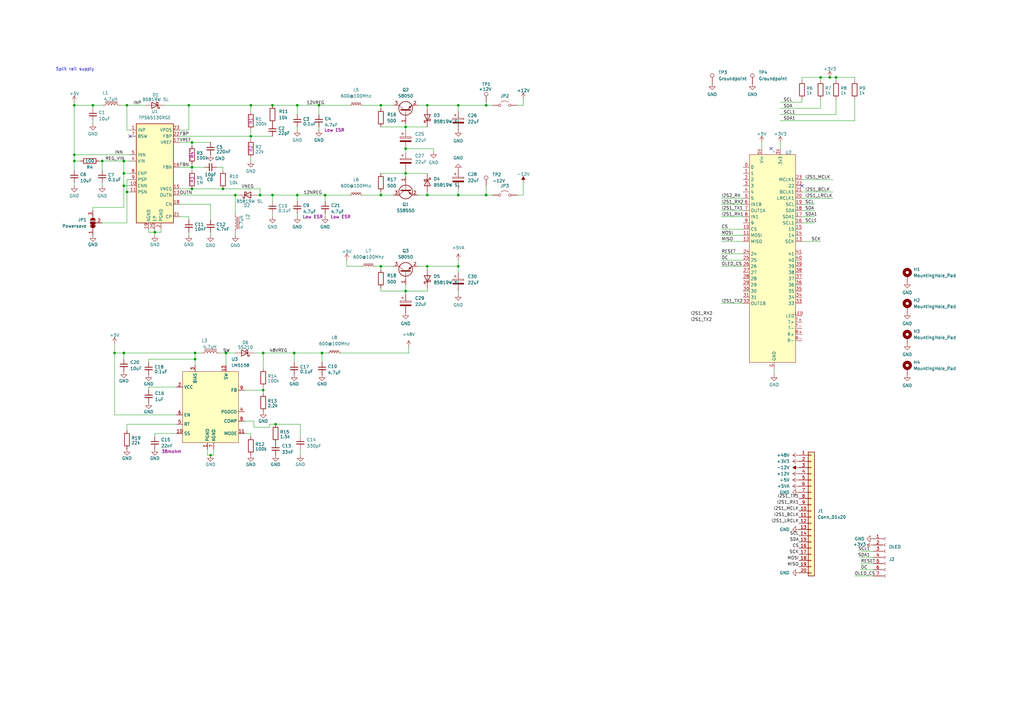
<source format=kicad_sch>
(kicad_sch (version 20250114) (generator "eeschema") (generator_version "9.0")
  (paper "A3")
  (text "Split rail supply" (at 22.86 29.21 0) (effects (font (size 1.27 1.27)) (justify left bottom)))
  (junction (at 156.21 109.22))
  (junction (at 342.9 31.75))
  (junction (at 175.26 109.22))
  (junction (at 77.47 43.18))
  (junction (at 102.87 55.88))
  (junction (at 166.37 52.07))
  (junction (at 50.8 66.04))
  (junction (at 50.8 71.12))
  (junction (at 133.35 80.01))
  (junction (at 80.01 147.32))
  (junction (at 30.48 63.5))
  (junction (at 175.26 43.18))
  (junction (at 175.26 80.01))
  (junction (at 92.71 144.78))
  (junction (at 86.36 186.69))
  (junction (at 187.96 109.22))
  (junction (at 336.55 31.75))
  (junction (at 199.39 80.01))
  (junction (at 113.03 173.99))
  (junction (at 340.36 31.75))
  (junction (at 102.87 43.18))
  (junction (at 96.52 80.01))
  (junction (at 30.48 43.18))
  (junction (at 166.37 60.96))
  (junction (at 106.68 80.01))
  (junction (at 111.76 43.18))
  (junction (at 78.74 68.58))
  (junction (at 38.1 43.18))
  (junction (at 52.07 78.74))
  (junction (at 52.07 43.18))
  (junction (at 187.96 80.01))
  (junction (at 46.99 144.78))
  (junction (at 156.21 43.18))
  (junction (at 30.48 66.04))
  (junction (at 50.8 144.78))
  (junction (at 121.92 43.18))
  (junction (at 63.5 95.25))
  (junction (at 132.08 144.78))
  (junction (at 50.8 76.2))
  (junction (at 91.44 77.47))
  (junction (at 199.39 43.18))
  (junction (at 121.92 80.01))
  (junction (at 156.21 80.01))
  (junction (at 78.74 77.47))
  (junction (at 120.65 144.78))
  (junction (at 41.91 66.04))
  (junction (at 80.01 144.78))
  (junction (at 187.96 43.18))
  (junction (at 107.95 160.02))
  (junction (at 130.81 43.18))
  (junction (at 111.76 80.01))
  (junction (at 166.37 71.12))
  (junction (at 78.74 58.42))
  (junction (at 107.95 144.78))
  (junction (at 166.37 119.38))
  (no_connect (at 53.34 55.88))
  (no_connect (at 328.93 76.2))
  (no_connect (at 316.23 60.96))
  (wire (pts (xy 175.26 43.18) (xy 187.96 43.18)))
  (wire (pts (xy 91.44 77.47) (xy 106.68 77.47)))
  (wire (pts (xy 104.14 175.26) (xy 110.49 175.26)))
  (wire (pts (xy 320.04 46.99) (xy 342.9 46.99)))
  (wire (pts (xy 358.14 226.06) (xy 353.06 226.06)))
  (wire (pts (xy 40.64 66.04) (xy 41.91 66.04)))
  (wire (pts (xy 358.14 228.6) (xy 353.06 228.6)))
  (wire (pts (xy 77.47 43.18) (xy 77.47 53.34)))
  (wire (pts (xy 295.91 86.36) (xy 304.8 86.36)))
  (wire (pts (xy 78.74 68.58) (xy 83.82 68.58)))
  (wire (pts (xy 97.79 80.01) (xy 96.52 80.01)))
  (wire (pts (xy 320.04 44.45) (xy 336.55 44.45)))
  (wire (pts (xy 320.04 58.42) (xy 320.04 60.96)))
  (wire (pts (xy 73.66 83.82) (xy 86.36 83.82)))
  (wire (pts (xy 52.07 78.74) (xy 52.07 91.44)))
  (wire (pts (xy 78.74 59.69) (xy 78.74 58.42)))
  (wire (pts (xy 52.07 53.34) (xy 53.34 53.34)))
  (wire (pts (xy 167.64 144.78) (xy 167.64 142.24)))
  (wire (pts (xy 38.1 86.36) (xy 38.1 85.09)))
  (wire (pts (xy 199.39 80.01) (xy 201.93 80.01)))
  (wire (pts (xy 73.66 77.47) (xy 78.74 77.47)))
  (wire (pts (xy 295.91 81.28) (xy 304.8 81.28)))
  (wire (pts (xy 358.14 236.22) (xy 350.52 236.22)))
  (wire (pts (xy 121.92 53.34) (xy 121.92 52.07)))
  (wire (pts (xy 328.93 41.91) (xy 328.93 40.64)))
  (wire (pts (xy 111.76 88.9) (xy 111.76 87.63)))
  (wire (pts (xy 156.21 109.22) (xy 161.29 109.22)))
  (wire (pts (xy 110.49 173.99) (xy 113.03 173.99)))
  (wire (pts (xy 60.96 93.98) (xy 60.96 95.25)))
  (wire (pts (xy 66.04 95.25) (xy 66.04 93.98)))
  (wire (pts (xy 317.5 151.13) (xy 317.5 153.67)))
  (wire (pts (xy 336.55 31.75) (xy 340.36 31.75)))
  (wire (pts (xy 52.07 78.74) (xy 53.34 78.74)))
  (wire (pts (xy 295.91 96.52) (xy 304.8 96.52)))
  (wire (pts (xy 102.87 179.07) (xy 102.87 177.8)))
  (wire (pts (xy 350.52 40.64) (xy 350.52 49.53)))
  (wire (pts (xy 110.49 175.26) (xy 110.49 173.99)))
  (wire (pts (xy 175.26 78.74) (xy 175.26 80.01)))
  (wire (pts (xy 50.8 76.2) (xy 53.34 76.2)))
  (wire (pts (xy 320.04 49.53) (xy 350.52 49.53)))
  (wire (pts (xy 123.19 179.07) (xy 123.19 173.99)))
  (wire (pts (xy 90.17 144.78) (xy 92.71 144.78)))
  (wire (pts (xy 78.74 77.47) (xy 91.44 77.47)))
  (wire (pts (xy 73.66 58.42) (xy 78.74 58.42)))
  (wire (pts (xy 52.07 43.18) (xy 59.69 43.18)))
  (wire (pts (xy 187.96 43.18) (xy 187.96 45.72)))
  (wire (pts (xy 295.91 124.46) (xy 304.8 124.46)))
  (wire (pts (xy 50.8 71.12) (xy 53.34 71.12)))
  (wire (pts (xy 77.47 53.34) (xy 73.66 53.34)))
  (wire (pts (xy 50.8 71.12) (xy 50.8 66.04)))
  (wire (pts (xy 142.24 109.22) (xy 148.59 109.22)))
  (wire (pts (xy 111.76 55.88) (xy 102.87 55.88)))
  (wire (pts (xy 166.37 71.12) (xy 166.37 72.39)))
  (wire (pts (xy 175.26 43.18) (xy 175.26 44.45)))
  (wire (pts (xy 52.07 173.99) (xy 52.07 176.53)))
  (wire (pts (xy 295.91 99.06) (xy 304.8 99.06)))
  (wire (pts (xy 166.37 71.12) (xy 175.26 71.12)))
  (wire (pts (xy 133.35 82.55) (xy 133.35 80.01)))
  (wire (pts (xy 41.91 91.44) (xy 52.07 91.44)))
  (wire (pts (xy 156.21 71.12) (xy 166.37 71.12)))
  (wire (pts (xy 80.01 147.32) (xy 80.01 149.86)))
  (wire (pts (xy 60.96 160.02) (xy 60.96 158.75)))
  (wire (pts (xy 102.87 53.34) (xy 102.87 55.88)))
  (wire (pts (xy 166.37 116.84) (xy 166.37 119.38)))
  (wire (pts (xy 295.91 104.14) (xy 304.8 104.14)))
  (wire (pts (xy 120.65 144.78) (xy 107.95 144.78)))
  (wire (pts (xy 78.74 68.58) (xy 78.74 69.85)))
  (wire (pts (xy 87.63 184.15) (xy 87.63 186.69)))
  (wire (pts (xy 107.95 160.02) (xy 107.95 158.75)))
  (wire (pts (xy 328.93 31.75) (xy 336.55 31.75)))
  (wire (pts (xy 113.03 173.99) (xy 123.19 173.99)))
  (wire (pts (xy 96.52 96.52) (xy 96.52 95.25)))
  (wire (pts (xy 328.93 91.44) (xy 334.01 91.44)))
  (wire (pts (xy 171.45 109.22) (xy 175.26 109.22)))
  (wire (pts (xy 77.47 96.52) (xy 77.47 95.25)))
  (wire (pts (xy 50.8 66.04) (xy 53.34 66.04)))
  (wire (pts (xy 336.55 31.75) (xy 336.55 33.02)))
  (wire (pts (xy 41.91 66.04) (xy 50.8 66.04)))
  (wire (pts (xy 187.96 77.47) (xy 187.96 80.01)))
  (wire (pts (xy 120.65 148.59) (xy 120.65 144.78)))
  (wire (pts (xy 30.48 43.18) (xy 30.48 41.91)))
  (wire (pts (xy 104.14 172.72) (xy 104.14 175.26)))
  (wire (pts (xy 320.04 41.91) (xy 328.93 41.91)))
  (wire (pts (xy 328.93 88.9) (xy 334.01 88.9)))
  (wire (pts (xy 166.37 50.8) (xy 166.37 52.07)))
  (wire (pts (xy 214.63 80.01) (xy 212.09 80.01)))
  (wire (pts (xy 105.41 80.01) (xy 106.68 80.01)))
  (wire (pts (xy 133.35 80.01) (xy 143.51 80.01)))
  (wire (pts (xy 187.96 43.18) (xy 199.39 43.18)))
  (wire (pts (xy 50.8 144.78) (xy 80.01 144.78)))
  (wire (pts (xy 121.92 80.01) (xy 111.76 80.01)))
  (wire (pts (xy 46.99 170.18) (xy 46.99 144.78)))
  (wire (pts (xy 187.96 106.68) (xy 187.96 109.22)))
  (wire (pts (xy 63.5 95.25) (xy 66.04 95.25)))
  (wire (pts (xy 88.9 68.58) (xy 91.44 68.58)))
  (wire (pts (xy 295.91 83.82) (xy 304.8 83.82)))
  (wire (pts (xy 60.96 95.25) (xy 63.5 95.25)))
  (wire (pts (xy 166.37 119.38) (xy 175.26 119.38)))
  (wire (pts (xy 148.59 80.01) (xy 156.21 80.01)))
  (wire (pts (xy 73.66 80.01) (xy 96.52 80.01)))
  (wire (pts (xy 30.48 66.04) (xy 33.02 66.04)))
  (wire (pts (xy 156.21 44.45) (xy 156.21 43.18)))
  (wire (pts (xy 130.81 43.18) (xy 143.51 43.18)))
  (wire (pts (xy 78.74 58.42) (xy 86.36 58.42)))
  (wire (pts (xy 177.8 60.96) (xy 166.37 60.96)))
  (wire (pts (xy 72.39 173.99) (xy 52.07 173.99)))
  (wire (pts (xy 328.93 83.82) (xy 334.01 83.82)))
  (wire (pts (xy 102.87 55.88) (xy 102.87 57.15)))
  (wire (pts (xy 49.53 43.18) (xy 52.07 43.18)))
  (wire (pts (xy 60.96 147.32) (xy 80.01 147.32)))
  (wire (pts (xy 132.08 144.78) (xy 120.65 144.78)))
  (wire (pts (xy 63.5 177.8) (xy 63.5 179.07)))
  (wire (pts (xy 91.44 69.85) (xy 91.44 68.58)))
  (wire (pts (xy 50.8 71.12) (xy 50.8 76.2)))
  (wire (pts (xy 63.5 93.98) (xy 63.5 95.25)))
  (wire (pts (xy 214.63 40.64) (xy 214.63 43.18)))
  (wire (pts (xy 171.45 43.18) (xy 175.26 43.18)))
  (wire (pts (xy 50.8 85.09) (xy 50.8 76.2)))
  (wire (pts (xy 85.09 184.15) (xy 85.09 186.69)))
  (wire (pts (xy 328.93 73.66) (xy 341.63 73.66)))
  (wire (pts (xy 121.92 43.18) (xy 130.81 43.18)))
  (wire (pts (xy 171.45 80.01) (xy 175.26 80.01)))
  (wire (pts (xy 38.1 43.18) (xy 38.1 44.45)))
  (wire (pts (xy 336.55 40.64) (xy 336.55 44.45)))
  (wire (pts (xy 121.92 43.18) (xy 121.92 46.99)))
  (wire (pts (xy 111.76 80.01) (xy 106.68 80.01)))
  (wire (pts (xy 41.91 76.2) (xy 41.91 74.93)))
  (wire (pts (xy 102.87 66.04) (xy 102.87 64.77)))
  (wire (pts (xy 100.33 177.8) (xy 102.87 177.8)))
  (wire (pts (xy 121.92 82.55) (xy 121.92 80.01)))
  (wire (pts (xy 133.35 88.9) (xy 133.35 87.63)))
  (wire (pts (xy 123.19 184.15) (xy 123.19 186.69)))
  (wire (pts (xy 133.35 80.01) (xy 121.92 80.01)))
  (wire (pts (xy 199.39 43.18) (xy 201.93 43.18)))
  (wire (pts (xy 77.47 43.18) (xy 102.87 43.18)))
  (wire (pts (xy 30.48 66.04) (xy 30.48 63.5)))
  (wire (pts (xy 86.36 186.69) (xy 87.63 186.69)))
  (wire (pts (xy 53.34 73.66) (xy 52.07 73.66)))
  (wire (pts (xy 92.71 144.78) (xy 96.52 144.78)))
  (wire (pts (xy 295.91 109.22) (xy 304.8 109.22)))
  (wire (pts (xy 342.9 31.75) (xy 350.52 31.75)))
  (wire (pts (xy 156.21 110.49) (xy 156.21 109.22)))
  (wire (pts (xy 156.21 119.38) (xy 156.21 118.11)))
  (wire (pts (xy 328.93 86.36) (xy 334.01 86.36)))
  (wire (pts (xy 312.42 58.42) (xy 312.42 60.96)))
  (wire (pts (xy 46.99 140.97) (xy 46.99 144.78)))
  (wire (pts (xy 96.52 80.01) (xy 96.52 87.63)))
  (wire (pts (xy 139.7 144.78) (xy 167.64 144.78)))
  (wire (pts (xy 86.36 83.82) (xy 86.36 90.17)))
  (wire (pts (xy 342.9 40.64) (xy 342.9 46.99)))
  (wire (pts (xy 100.33 172.72) (xy 104.14 172.72)))
  (wire (pts (xy 340.36 31.75) (xy 342.9 31.75)))
  (wire (pts (xy 153.67 109.22) (xy 156.21 109.22)))
  (wire (pts (xy 38.1 85.09) (xy 50.8 85.09)))
  (wire (pts (xy 73.66 68.58) (xy 78.74 68.58)))
  (wire (pts (xy 214.63 43.18) (xy 212.09 43.18)))
  (wire (pts (xy 199.39 76.2) (xy 199.39 80.01)))
  (wire (pts (xy 77.47 90.17) (xy 77.47 88.9)))
  (wire (pts (xy 175.26 80.01) (xy 187.96 80.01)))
  (wire (pts (xy 187.96 120.65) (xy 187.96 119.38)))
  (wire (pts (xy 50.8 144.78) (xy 50.8 147.32)))
  (wire (pts (xy 38.1 43.18) (xy 41.91 43.18)))
  (wire (pts (xy 111.76 43.18) (xy 121.92 43.18)))
  (wire (pts (xy 328.93 99.06) (xy 336.55 99.06)))
  (wire (pts (xy 30.48 66.04) (xy 30.48 69.85)))
  (wire (pts (xy 148.59 43.18) (xy 156.21 43.18)))
  (wire (pts (xy 295.91 93.98) (xy 304.8 93.98)))
  (wire (pts (xy 130.81 53.34) (xy 130.81 52.07)))
  (wire (pts (xy 106.68 80.01) (xy 106.68 77.47)))
  (wire (pts (xy 156.21 43.18) (xy 161.29 43.18)))
  (wire (pts (xy 30.48 43.18) (xy 30.48 63.5)))
  (wire (pts (xy 132.08 144.78) (xy 134.62 144.78)))
  (wire (pts (xy 166.37 69.85) (xy 166.37 71.12)))
  (wire (pts (xy 130.81 43.18) (xy 130.81 46.99)))
  (wire (pts (xy 199.39 41.91) (xy 199.39 43.18)))
  (wire (pts (xy 63.5 96.52) (xy 63.5 95.25)))
  (wire (pts (xy 102.87 45.72) (xy 102.87 43.18)))
  (wire (pts (xy 46.99 144.78) (xy 50.8 144.78)))
  (wire (pts (xy 187.96 80.01) (xy 199.39 80.01)))
  (wire (pts (xy 121.92 88.9) (xy 121.92 87.63)))
  (wire (pts (xy 92.71 149.86) (xy 92.71 144.78)))
  (wire (pts (xy 156.21 52.07) (xy 166.37 52.07)))
  (wire (pts (xy 156.21 80.01) (xy 161.29 80.01)))
  (wire (pts (xy 142.24 106.68) (xy 142.24 109.22)))
  (wire (pts (xy 132.08 148.59) (xy 132.08 144.78)))
  (wire (pts (xy 60.96 158.75) (xy 72.39 158.75)))
  (wire (pts (xy 175.26 119.38) (xy 175.26 118.11)))
  (wire (pts (xy 177.8 60.96) (xy 177.8 62.23)))
  (wire (pts (xy 30.48 76.2) (xy 30.48 74.93)))
  (wire (pts (xy 175.26 109.22) (xy 187.96 109.22)))
  (wire (pts (xy 73.66 55.88) (xy 102.87 55.88)))
  (wire (pts (xy 107.95 160.02) (xy 107.95 161.29)))
  (wire (pts (xy 80.01 144.78) (xy 80.01 147.32)))
  (wire (pts (xy 342.9 31.75) (xy 342.9 33.02)))
  (wire (pts (xy 214.63 74.93) (xy 214.63 80.01)))
  (wire (pts (xy 82.55 144.78) (xy 80.01 144.78)))
  (wire (pts (xy 107.95 151.13) (xy 107.95 144.78)))
  (wire (pts (xy 77.47 88.9) (xy 73.66 88.9)))
  (wire (pts (xy 353.06 231.14) (xy 358.14 231.14)))
  (wire (pts (xy 100.33 160.02) (xy 107.95 160.02)))
  (wire (pts (xy 85.09 186.69) (xy 86.36 186.69)))
  (wire (pts (xy 107.95 144.78) (xy 104.14 144.78)))
  (wire (pts (xy 30.48 43.18) (xy 38.1 43.18)))
  (wire (pts (xy 175.26 109.22) (xy 175.26 110.49)))
  (wire (pts (xy 38.1 50.8) (xy 38.1 49.53)))
  (wire (pts (xy 350.52 31.75) (xy 350.52 33.02)))
  (wire (pts (xy 295.91 106.68) (xy 304.8 106.68)))
  (wire (pts (xy 30.48 63.5) (xy 53.34 63.5)))
  (wire (pts (xy 187.96 109.22) (xy 187.96 111.76)))
  (wire (pts (xy 328.93 33.02) (xy 328.93 31.75)))
  (wire (pts (xy 295.91 88.9) (xy 304.8 88.9)))
  (wire (pts (xy 41.91 66.04) (xy 41.91 69.85)))
  (wire (pts (xy 328.93 81.28) (xy 341.63 81.28)))
  (wire (pts (xy 102.87 43.18) (xy 111.76 43.18)))
  (wire (pts (xy 111.76 82.55) (xy 111.76 80.01)))
  (wire (pts (xy 52.07 43.18) (xy 52.07 53.34)))
  (wire (pts (xy 166.37 52.07) (xy 166.37 53.34)))
  (wire (pts (xy 52.07 73.66) (xy 52.07 78.74)))
  (wire (pts (xy 166.37 119.38) (xy 166.37 120.65)))
  (wire (pts (xy 156.21 78.74) (xy 156.21 80.01)))
  (wire (pts (xy 78.74 67.31) (xy 78.74 68.58)))
  (wire (pts (xy 72.39 177.8) (xy 63.5 177.8)))
  (wire (pts (xy 86.36 96.52) (xy 86.36 95.25)))
  (wire (pts (xy 156.21 119.38) (xy 166.37 119.38)))
  (wire (pts (xy 166.37 60.96) (xy 166.37 62.23)))
  (wire (pts (xy 166.37 52.07) (xy 175.26 52.07)))
  (wire (pts (xy 358.14 233.68) (xy 353.06 233.68)))
  (wire (pts (xy 328.93 78.74) (xy 341.63 78.74)))
  (wire (pts (xy 67.31 43.18) (xy 77.47 43.18)))
  (wire (pts (xy 60.96 148.59) (xy 60.96 147.32)))
  (wire (pts (xy 72.39 170.18) (xy 46.99 170.18)))
  (label "I2S1_BCLK" (at 327.66 212.09 180))
  (label "I2S1_LRCLK" (at 330.2 81.28 0))
  (label "SCK" (at 327.66 227.33 180))
  (label "FBP" (at 73.66 55.88 0))
  (label "I2S1_RX1" (at 327.66 207.01 180))
  (label "DC" (at 295.91 106.68 0))
  (label "MISO" (at 327.66 232.41 180))
  (label "I2S1_TX2" (at 295.91 124.46 0))
  (label "SCL" (at 330.2 83.82 0))
  (label "I2S1_RX2" (at 283.21 129.54 0))
  (label "I2S1_MCLK" (at 327.66 209.55 180))
  (label "CS" (at 327.66 224.79 180))
  (label "I2S1_LRCLK" (at 327.66 214.63 180))
  (label "I2S1_TX1" (at 295.91 86.36 0))
  (label "OUTN" (at 73.66 80.01 0))
  (label "I2S1_RX1" (at 295.91 88.9 0))
  (label "SDA" (at 327.66 222.25 180))
  (label "INN" (at 46.99 63.5 0))
  (label "REG_VIN" (at 43.18 66.04 0))
  (label "OLED_CS" (at 295.91 109.22 0))
  (label "SDA1" (at 330.2 88.9 0))
  (label "I2S1_MCLK" (at 330.2 73.66 0))
  (label "SDA1" (at 356.87 228.6 180))
  (label "SW" (at 91.44 144.78 0))
  (label "SCL1" (at 321.31 46.99 0))
  (label "VNEG" (at 99.06 77.47 0))
  (label "INP" (at 54.61 43.18 0))
  (label "CS" (at 295.91 93.98 0))
  (label "SCL1" (at 330.2 91.44 0))
  (label "DC" (at 353.06 233.68 0))
  (label "SCK" (at 332.74 99.06 0))
  (label "MOSI" (at 327.66 229.87 180))
  (label "MOSI" (at 295.91 96.52 0))
  (label "12NREG" (at 124.46 80.01 0))
  (label "12VREG" (at 125.73 43.18 0))
  (label "I2S1_TX2" (at 283.21 132.08 0))
  (label "SDA" (at 321.31 44.45 0))
  (label "SCL1" (at 356.87 226.06 180))
  (label "I2S1_RX2" (at 295.91 83.82 0))
  (label "SCL" (at 327.66 219.71 180))
  (label "I2S2_RX" (at 295.91 81.28 0))
  (label "RESET" (at 295.91 104.14 0))
  (label "RESET" (at 353.06 231.14 0))
  (label "VREF" (at 73.66 58.42 0))
  (label "SDA" (at 330.2 86.36 0))
  (label "I2S1_BCLK" (at 330.2 78.74 0))
  (label "SDA1" (at 321.31 49.53 0))
  (label "I2S1_TX1" (at 327.66 204.47 180))
  (label "FBN" (at 73.66 68.58 0))
  (label "SCL" (at 321.31 41.91 0))
  (label "48VREG" (at 110.49 144.78 0))
  (label "MISO" (at 295.91 99.06 0))
  (label "OLED_CS" (at 350.52 236.22 0))
  (symbol (lib_id "Mechanical:MountingHole_Pad") (at 372.11 125.73 0) (unit 1) (exclude_from_sim yes) (in_bom no)
    (property "Reference" "H2" (at 374.65 123.1899 0) (effects (justify left)))
    (property "Value" "MountingHole_Pad" (at 374.65 125.7299 0) (effects (justify left)))
    (property "Footprint" "MountingHole:MountingHole_3.2mm_M3_Pad_Via" (effects (hide yes)))
    (property "Description" "Mounting Hole with connection" (effects (hide yes)))
  )
  (symbol (lib_id "power:GND") (at 187.96 53.34 0) (unit 1)
    (property "Reference" "#PWR049" (effects (hide yes)))
    (property "Value" "GND" (at 187.96 57.7834 0))
    (property "Description" "Power symbol creates a global label with name \"GND\" , ground" (effects (hide yes)))
  )
  (symbol (lib_id "Device:R") (at 78.74 63.5 180) (unit 1)
    (property "Reference" "R3" (at 80.518 62.8563 0) (effects (justify right)))
    (property "Value" "100k" (at 80.518 64.7773 0) (effects (justify right)))
    (property "Footprint" "Resistor_SMD:R_0402_1005Metric" (effects (hide yes)))
    (property "LCSC" "C25741" (effects (hide yes)))
    (property "DatasheetRef" "\"R4\"" (at 78.74 63.5 90))
  )
  (symbol (lib_id "power:GND") (at 63.5 96.52 0) (unit 1)
    (property "Reference" "#PWR014" (effects (hide yes)))
    (property "Value" "GND" (at 63.5 100.33 0))
    (property "Description" "Power symbol creates a global label with name \"GND\" , ground" (effects (hide yes)))
  )
  (symbol (lib_id "power:GND") (at 63.5 184.15 0) (unit 1)
    (property "Reference" "#PWR037" (effects (hide yes)))
    (property "Value" "GND" (at 63.5 187.96 0))
    (property "Description" "Power symbol creates a global label with name \"GND\" , ground" (effects (hide yes)))
  )
  (symbol (lib_id "Mechanical:MountingHole_Pad") (at 372.11 138.43 0) (unit 1) (exclude_from_sim yes) (in_bom no)
    (property "Reference" "H3" (at 374.65 135.8899 0) (effects (justify left)))
    (property "Value" "MountingHole_Pad" (at 374.65 138.4299 0) (effects (justify left)))
    (property "Footprint" "MountingHole:MountingHole_3.2mm_M3_Pad_Via" (effects (hide yes)))
    (property "Description" "Mounting Hole with connection" (effects (hide yes)))
  )
  (symbol (lib_id "power:GND") (at 292.1 34.29 0) (unit 1)
    (property "Reference" "#PWR046" (effects (hide yes)))
    (property "Value" "GND" (at 292.1 38.7334 0))
    (property "Description" "Power symbol creates a global label with name \"GND\" , ground" (effects (hide yes)))
  )
  (symbol (lib_id "power:GND") (at 102.87 186.69 0) (unit 1)
    (property "Reference" "#PWR026" (effects (hide yes)))
    (property "Value" "GND" (at 102.87 190.5 0))
    (property "Description" "Power symbol creates a global label with name \"GND\" , ground" (effects (hide yes)))
  )
  (symbol (lib_id "Jumper:SolderJumper_3_Bridged12") (at 38.1 91.44 90) (unit 1) (exclude_from_sim yes) (in_bom no)
    (property "Reference" "JP1" (at 35.56 90.1699 90) (effects (justify left)))
    (property "Value" "Powersave" (at 35.56 92.7099 90) (effects (justify left)))
    (property "Footprint" "Jumper:SolderJumper-3_P1.3mm_Bridged2Bar12_Pad1.0x1.5mm_NumberLabels" (effects (hide yes)))
    (property "Description" "3-pole Solder Jumper, pins 1+2 closed/bridged" (effects (hide yes)))
  )
  (symbol (lib_id "Device:R") (at 113.03 177.8 180) (unit 1)
    (property "Reference" "R15" (at 114.808 177.1563 0) (effects (justify right)))
    (property "Value" "1.5k" (at 114.808 179.0773 0) (effects (justify right)))
    (property "Footprint" "Resistor_SMD:R_0402_1005Metric" (effects (hide yes)))
    (property "LCSC" "C25867" (effects (hide yes)))
  )
  (symbol (lib_id "Jumper:Jumper_2_Open") (at 207.01 43.18 0) (unit 1) (exclude_from_sim yes)
    (property "Reference" "JP2" (at 207.01 39.37 0))
    (property "Value" "Jumper_2_Open" (effects (hide yes)))
    (property "Footprint" "Connector_PinHeader_2.54mm:PinHeader_1x02_P2.54mm_Vertical" (effects (hide yes)))
    (property "Description" "Jumper, 2-pole, open" (effects (hide yes)))
  )
  (symbol (lib_id "Device:R") (at 91.44 73.66 0) (unit 1)
    (property "Reference" "R10" (at 93.98 72.3899 0) (effects (justify left)))
    (property "Value" "10k" (at 93.98 74.9299 0) (effects (justify left)))
    (property "Footprint" "Resistor_SMD:R_0402_1005Metric" (effects (hide yes)))
    (property "Description" "Resistor" (effects (hide yes)))
  )
  (symbol (lib_id "power:+3V3") (at 327.66 189.23 90) (unit 1)
    (property "Reference" "#PWR039" (effects (hide yes)))
    (property "Value" "+3V3" (at 323.85 189.2299 90) (effects (justify left)))
  )
  (symbol (lib_id "power:+3V3") (at 358.14 223.52 90) (unit 1)
    (property "Reference" "#PWR045" (effects (hide yes)))
    (property "Value" "+3V3" (at 352.552 223.266 90))
  )
  (symbol (lib_id "power:GND") (at 308.61 34.29 0) (unit 1)
    (property "Reference" "#PWR047" (effects (hide yes)))
    (property "Value" "GND" (at 308.61 38.7334 0))
    (property "Description" "Power symbol creates a global label with name \"GND\" , ground" (effects (hide yes)))
  )
  (symbol (lib_id "Device:L_Ferrite_Small") (at 146.05 80.01 90) (unit 1)
    (property "Reference" "L6" (at 146.05 73.66 90))
    (property "Value" "600@100Mhz" (at 146.05 76.2 90))
    (property "Footprint" "Inductor_SMD:L_0603_1608Metric" (effects (hide yes)))
    (property "Datasheet" "https://www.lcsc.com/datasheet/lcsc_datasheet_2310301640_Sunlord-GZ1608D601TF_C1002.pdf" (effects (hide yes)))
    (property "Description" "Inductor with ferrite core, small symbol" (effects (hide yes)))
    (property "LCSC" "C1002" (effects (hide yes)))
  )
  (symbol (lib_id "Device:L_Ferrite_Small") (at 151.13 109.22 90) (unit 1)
    (property "Reference" "L7" (at 151.13 102.87 90))
    (property "Value" "600@100Mhz" (at 151.13 105.41 90))
    (property "Footprint" "Inductor_SMD:L_0603_1608Metric" (effects (hide yes)))
    (property "Datasheet" "https://www.lcsc.com/datasheet/lcsc_datasheet_2310301640_Sunlord-GZ1608D601TF_C1002.pdf" (effects (hide yes)))
    (property "Description" "Inductor with ferrite core, small symbol" (effects (hide yes)))
    (property "LCSC" "C1002" (effects (hide yes)))
  )
  (symbol (lib_id "Device:L_Iron") (at 45.72 43.18 270) (mirror x) (unit 1)
    (property "Reference" "L1" (at 44.45 38.1 90) (effects (justify right)))
    (property "Value" "4.7uH" (at 48.26 40.64 90) (effects (justify right)))
    (property "Footprint" "Inductor_SMD:L_Wuerth_WE-TPC-3816" (effects (hide yes)))
    (property "Lmin" "92uH" (effects (hide yes)))
    (property "MPN" "744031004" (effects (hide yes)))
  )
  (symbol (lib_id "power:GND") (at 86.36 96.52 0) (unit 1)
    (property "Reference" "#PWR016" (effects (hide yes)))
    (property "Value" "GND" (at 86.36 100.6555 0))
    (property "Description" "Power symbol creates a global label with name \"GND\" , ground" (effects (hide yes)))
  )
  (symbol (lib_id "power:GND") (at 372.11 115.57 0) (unit 1)
    (property "Reference" "#PWR040" (effects (hide yes)))
    (property "Value" "GND" (at 372.11 120.0134 0))
    (property "Description" "Power symbol creates a global label with name \"GND\" , ground" (effects (hide yes)))
  )
  (symbol (lib_id "Device:C_Small") (at 111.76 85.09 0) (unit 1)
    (property "Reference" "C10" (at 114.0841 84.4526 0) (effects (justify left)))
    (property "Value" "0.1uF" (at 114.0841 86.3736 0) (effects (justify left)))
    (property "Footprint" "Capacitor_SMD:C_0402_1005Metric" (effects (hide yes)))
    (property "LCSC" "C307331" (effects (hide yes)))
  )
  (symbol (lib_id "power:GND") (at 102.87 66.04 0) (unit 1)
    (property "Reference" "#PWR07" (effects (hide yes)))
    (property "Value" "GND" (at 102.87 70.1755 0))
    (property "Description" "Power symbol creates a global label with name \"GND\" , ground" (effects (hide yes)))
  )
  (symbol (lib_id "Device:C_Small") (at 50.8 149.86 0) (unit 1)
    (property "Reference" "C20" (at 53.34 148.5962 0) (effects (justify left)))
    (property "Value" "10uF" (at 53.34 151.1362 0) (effects (justify left)))
    (property "Footprint" "Capacitor_SMD:C_0805_2012Metric_Pad1.18x1.45mm_HandSolder" (effects (hide yes)))
    (property "LCSC" "C15850" (effects (hide yes)))
  )
  (symbol (lib_id "Mechanical:MountingHole_Pad") (at 372.11 151.13 0) (unit 1) (exclude_from_sim yes) (in_bom no)
    (property "Reference" "H4" (at 374.65 148.5899 0) (effects (justify left)))
    (property "Value" "MountingHole_Pad" (at 374.65 151.1299 0) (effects (justify left)))
    (property "Footprint" "MountingHole:MountingHole_3.2mm_M3_Pad_Via" (effects (hide yes)))
    (property "Description" "Mounting Hole with connection" (effects (hide yes)))
  )
  (symbol (lib_id "power:+3V3") (at 320.04 58.42 0) (unit 1)
    (property "Reference" "#PWR020" (effects (hide yes)))
    (property "Value" "+3V3" (at 320.04 54.9181 0))
  )
  (symbol (lib_id "power:GND") (at 50.8 152.4 0) (unit 1)
    (property "Reference" "#PWR058" (effects (hide yes)))
    (property "Value" "GND" (at 50.8 156.21 0))
    (property "Description" "Power symbol creates a global label with name \"GND\" , ground" (effects (hide yes)))
  )
  (symbol (lib_id "power:GND") (at 317.5 153.67 0) (unit 1)
    (property "Reference" "#PWR021" (effects (hide yes)))
    (property "Value" "GND" (at 317.5 157.8055 0))
    (property "Description" "Power symbol creates a global label with name \"GND\" , ground" (effects (hide yes)))
  )
  (symbol (lib_id "Device:R") (at 107.95 165.1 180) (unit 1)
    (property "Reference" "R13" (at 109.728 164.4563 0) (effects (justify right)))
    (property "Value" "2.2k" (at 109.728 166.3773 0) (effects (justify right)))
    (property "Footprint" "Resistor_SMD:R_0402_1005Metric" (effects (hide yes)))
    (property "LCSC" "C25879" (effects (hide yes)))
  )
  (symbol (lib_id "power:GND") (at 130.81 53.34 0) (unit 1)
    (property "Reference" "#PWR05" (effects (hide yes)))
    (property "Value" "GND" (at 130.81 57.4755 0))
    (property "Description" "Power symbol creates a global label with name \"GND\" , ground" (effects (hide yes)))
  )
  (symbol (lib_id "power:GND") (at 113.03 186.69 0) (unit 1)
    (property "Reference" "#PWR032" (effects (hide yes)))
    (property "Value" "GND" (at 113.03 190.5 0))
    (property "Description" "Power symbol creates a global label with name \"GND\" , ground" (effects (hide yes)))
  )
  (symbol (lib_id "Device:L_Ferrite_Small") (at 137.16 144.78 90) (unit 1)
    (property "Reference" "L8" (at 137.16 138.43 90))
    (property "Value" "600@100Mhz" (at 137.16 140.97 90))
    (property "Footprint" "Inductor_SMD:L_0603_1608Metric" (effects (hide yes)))
    (property "Datasheet" "https://www.lcsc.com/datasheet/lcsc_datasheet_2310301640_Sunlord-GZ1608D601TF_C1002.pdf" (effects (hide yes)))
    (property "Description" "Inductor with ferrite core, small symbol" (effects (hide yes)))
    (property "LCSC" "C1002" (effects (hide yes)))
  )
  (symbol (lib_id "Device:C_Small") (at 86.36 92.71 0) (unit 1)
    (property "Reference" "C12" (at 88.6841 92.0726 0) (effects (justify left)))
    (property "Value" "4.7nF" (at 88.6841 93.9936 0) (effects (justify left)))
    (property "Footprint" "Capacitor_SMD:C_0402_1005Metric" (effects (hide yes)))
    (property "LCSC" "C1538" (effects (hide yes)))
  )
  (symbol (lib_id "Library:LM5158") (at 74.93 149.86 0) (unit 1)
    (property "Reference" "U3" (at 94.8533 147.32 0) (effects (justify left)))
    (property "Value" "LM5158" (at 94.8533 149.86 0) (effects (justify left)))
    (property "Footprint" "Package_DFN_QFN:WQFN-16-1EP_3x3mm_P0.5mm_EP1.68x1.68mm_ThermalVias" (effects (hide yes)))
    (property "Datasheet" "https://www.ti.com/lit/ds/symlink/lm5158.pdf" (effects (hide yes)))
  )
  (symbol (lib_id "Connector:TestPoint") (at 199.39 76.2 0) (unit 1)
    (property "Reference" "TP2" (at 201.93 71.6279 0) (effects (justify left)))
    (property "Value" "-12V" (at 201.93 74.1679 0) (effects (justify left)))
    (property "Footprint" "TestPoint:TestPoint_Plated_Hole_D2.0mm" (effects (hide yes)))
    (property "Description" "test point" (effects (hide yes)))
  )
  (symbol (lib_id "Device:C_Small") (at 121.92 49.53 0) (unit 1)
    (property "Reference" "C3" (at 124.2441 48.8926 0) (effects (justify left)))
    (property "Value" "0.1uF" (at 124.2441 50.8136 0) (effects (justify left)))
    (property "Footprint" "Capacitor_SMD:C_0603_1608Metric_Pad1.08x0.95mm_HandSolder" (effects (hide yes)))
    (property "LCSC" "C14663" (effects (hide yes)))
  )
  (symbol (lib_id "Device:R") (at 107.95 154.94 180) (unit 1)
    (property "Reference" "R14" (at 109.728 154.2963 0) (effects (justify right)))
    (property "Value" "100k" (at 109.728 156.2173 0) (effects (justify right)))
    (property "Footprint" "Resistor_SMD:R_0402_1005Metric" (effects (hide yes)))
    (property "LCSC" "C25741" (effects (hide yes)))
  )
  (symbol (lib_id "power:+5VA") (at 327.66 199.39 90) (unit 1)
    (property "Reference" "#PWR029" (effects (hide yes)))
    (property "Value" "+5VA" (at 323.85 199.3899 90) (effects (justify left)))
    (property "Description" "Power symbol creates a global label with name \"+5VA\"" (effects (hide yes)))
  )
  (symbol (lib_id "Device:L_Iron") (at 96.52 91.44 0) (mirror x) (unit 1)
    (property "Reference" "L2" (at 101.6 90.17 90) (effects (justify right)))
    (property "Value" "4.7uH" (at 99.06 93.98 90) (effects (justify right)))
    (property "Footprint" "Inductor_SMD:L_Wuerth_WE-TPC-3816" (effects (hide yes)))
    (property "Lmin" "92uH" (effects (hide yes)))
    (property "MPN" "744031004" (effects (hide yes)))
  )
  (symbol (lib_id "Device:D_Schottky") (at 101.6 80.01 0) (mirror x) (unit 1)
    (property "Reference" "D2" (at 101.2825 84.2899 0))
    (property "Value" "B5819W SL" (at 102.362 82.55 0))
    (property "Footprint" "Diode_SMD:D_SOD-123" (effects (hide yes)))
    (property "LCSC" "C8598" (effects (hide yes)))
  )
  (symbol (lib_id "power:GND") (at 60.96 165.1 0) (unit 1)
    (property "Reference" "#PWR053" (effects (hide yes)))
    (property "Value" "GND" (at 60.96 168.91 0))
    (property "Description" "Power symbol creates a global label with name \"GND\" , ground" (effects (hide yes)))
  )
  (symbol (lib_id "power:GND") (at 121.92 53.34 0) (unit 1)
    (property "Reference" "#PWR04" (effects (hide yes)))
    (property "Value" "GND" (at 121.92 57.4755 0))
    (property "Description" "Power symbol creates a global label with name \"GND\" , ground" (effects (hide yes)))
  )
  (symbol (lib_id "Device:C_Small") (at 132.08 151.13 0) (unit 1)
    (property "Reference" "C19" (at 134.4041 150.3016 0) (effects (justify left)))
    (property "Value" "4.7uF" (at 134.4041 152.8385 0) (effects (justify left)))
    (property "Footprint" "Capacitor_SMD:C_0805_2012Metric" (effects (hide yes)))
    (property "LCSC" "C1779" (effects (hide yes)))
    (property "DatasheetRef" "C5" (effects (hide yes)))
  )
  (symbol (lib_id "Device:R") (at 102.87 49.53 180) (unit 1)
    (property "Reference" "R1" (at 104.648 48.8863 0) (effects (justify right)))
    (property "Value" "200k" (at 104.648 50.8073 0) (effects (justify right)))
    (property "Footprint" "Resistor_SMD:R_0402_1005Metric" (effects (hide yes)))
    (property "LCSC" "C25764" (effects (hide yes)))
    (property "DatasheetRef" "\"R1\"" (at 102.87 49.53 90))
  )
  (symbol (lib_id "power:GND") (at 166.37 128.27 0) (unit 1)
    (property "Reference" "#PWR052" (effects (hide yes)))
    (property "Value" "GND" (at 166.37 132.7134 0))
    (property "Description" "Power symbol creates a global label with name \"GND\" , ground" (effects (hide yes)))
  )
  (symbol (lib_id "Device:R") (at 36.83 66.04 90) (unit 1)
    (property "Reference" "R4" (at 36.83 68.58 90))
    (property "Value" "100" (at 36.83 66.04 90))
    (property "Footprint" "Resistor_SMD:R_0402_1005Metric" (effects (hide yes)))
    (property "LCSC" "C25076" (effects (hide yes)))
  )
  (symbol (lib_id "power:GND") (at 372.11 128.27 0) (unit 1)
    (property "Reference" "#PWR041" (effects (hide yes)))
    (property "Value" "GND" (at 372.11 132.7134 0))
    (property "Description" "Power symbol creates a global label with name \"GND\" , ground" (effects (hide yes)))
  )
  (symbol (lib_id "Mechanical:MountingHole_Pad") (at 372.11 113.03 0) (unit 1) (exclude_from_sim yes) (in_bom no)
    (property "Reference" "H1" (at 374.65 110.4899 0) (effects (justify left)))
    (property "Value" "MountingHole_Pad" (at 374.65 113.0299 0) (effects (justify left)))
    (property "Footprint" "MountingHole:MountingHole_3.2mm_M3_Pad_Via" (effects (hide yes)))
    (property "Description" "Mounting Hole with connection" (effects (hide yes)))
  )
  (symbol (lib_id "power:+5V") (at 312.42 58.42 0) (unit 1)
    (property "Reference" "#PWR019" (effects (hide yes)))
    (property "Value" "+5V" (at 312.42 54.9181 0))
  )
  (symbol (lib_id "Jumper:Jumper_2_Open") (at 207.01 80.01 0) (unit 1) (exclude_from_sim yes)
    (property "Reference" "JP3" (at 207.01 76.2 0))
    (property "Value" "Jumper_2_Open" (effects (hide yes)))
    (property "Footprint" "Connector_PinHeader_2.54mm:PinHeader_1x02_P2.54mm_Vertical" (effects (hide yes)))
    (property "Description" "Jumper, 2-pole, open" (effects (hide yes)))
  )
  (symbol (lib_id "Device:R") (at 342.9 36.83 0) (unit 1)
    (property "Reference" "R8" (at 344.678 36.1863 0) (effects (justify left)))
    (property "Value" "1k" (at 344.678 38.1073 0) (effects (justify left)))
    (property "Footprint" "Resistor_SMD:R_0603_1608Metric_Pad0.98x0.95mm_HandSolder" (effects (hide yes)))
    (property "LCSC" "C21190" (effects (hide yes)))
  )
  (symbol (lib_id "power:GND") (at 38.1 96.52 0) (unit 1)
    (property "Reference" "#PWR011" (effects (hide yes)))
    (property "Value" "GND" (at 38.1 100.33 0))
    (property "Description" "Power symbol creates a global label with name \"GND\" , ground" (effects (hide yes)))
  )
  (symbol (lib_id "power:GND") (at 187.96 69.85 180) (unit 1)
    (property "Reference" "#PWR050" (effects (hide yes)))
    (property "Value" "GND" (at 187.96 64.77 0))
    (property "Description" "Power symbol creates a global label with name \"GND\" , ground" (effects (hide yes)))
  )
  (symbol (lib_id "power:+12V") (at 327.66 194.31 90) (unit 1)
    (property "Reference" "#PWR036" (effects (hide yes)))
    (property "Value" "+12V" (at 323.85 194.3099 90) (effects (justify left)))
  )
  (symbol (lib_id "power:GND") (at 372.11 153.67 0) (unit 1)
    (property "Reference" "#PWR043" (effects (hide yes)))
    (property "Value" "GND" (at 372.11 158.1134 0))
    (property "Description" "Power symbol creates a global label with name \"GND\" , ground" (effects (hide yes)))
  )
  (symbol (lib_id "Device:D_Schottky") (at 175.26 114.3 90) (unit 1)
    (property "Reference" "D5" (at 177.8 113.3474 90) (effects (justify right)))
    (property "Value" "B5819W SL" (at 177.8 115.8874 90) (effects (justify right)))
    (property "Footprint" "Diode_SMD:D_SOD-123" (effects (hide yes)))
    (property "LCSC" "C8598" (effects (hide yes)))
  )
  (symbol (lib_id "Device:C_Small") (at 121.92 85.09 0) (unit 1)
    (property "Reference" "C9" (at 124.2441 84.2616 0) (effects (justify left)))
    (property "Value" "4.7uF" (at 124.2441 86.7985 0) (effects (justify left)))
    (property "Footprint" "Capacitor_SMD:C_0805_2012Metric" (effects (hide yes)))
    (property "LCSC" "C1779" (effects (hide yes)))
    (property "DatasheetRef" "C5" (effects (hide yes)))
    (property "Note" "Low ESR" (at 128.27 88.9 0))
  )
  (symbol (lib_id "Device:C_Small") (at 133.35 85.09 0) (unit 1)
    (property "Reference" "C21" (at 135.6741 84.2616 0) (effects (justify left)))
    (property "Value" "4.7uF" (at 135.6741 86.7985 0) (effects (justify left)))
    (property "Footprint" "Capacitor_SMD:C_0805_2012Metric" (effects (hide yes)))
    (property "LCSC" "C1779" (effects (hide yes)))
    (property "DatasheetRef" "C5" (effects (hide yes)))
    (property "Note" "Low ESR" (at 139.7 88.9 0))
  )
  (symbol (lib_id "Device:C_Small") (at 130.81 49.53 0) (unit 1)
    (property "Reference" "C4" (at 133.1341 48.7016 0) (effects (justify left)))
    (property "Value" "4.7uF" (at 133.1341 51.2385 0) (effects (justify left)))
    (property "Footprint" "Capacitor_SMD:C_0805_2012Metric_Pad1.18x1.45mm_HandSolder" (effects (hide yes)))
    (property "LCSC" "C1779" (effects (hide yes)))
    (property "DatasheetRef" "C4" (effects (hide yes)))
    (property "Note" "Low ESR" (at 137.16 53.34 0))
  )
  (symbol (lib_id "Connector:TestPoint") (at 308.61 34.29 0) (unit 1)
    (property "Reference" "TP4" (at 311.15 29.7179 0) (effects (justify left)))
    (property "Value" "Groundpoint" (at 311.15 32.2579 0) (effects (justify left)))
    (property "Footprint" "TestPoint:TestPoint_Bridge_Pitch2.54mm_Drill1.0mm" (effects (hide yes)))
    (property "Description" "test point" (effects (hide yes)))
  )
  (symbol (lib_id "power:+5V") (at 46.99 140.97 0) (unit 1)
    (property "Reference" "#PWR055" (effects (hide yes)))
    (property "Value" "+5V" (at 46.99 137.4681 0))
  )
  (symbol (lib_id "Device:R") (at 78.74 73.66 180) (unit 1)
    (property "Reference" "R5" (at 80.518 73.0163 0) (effects (justify right)))
    (property "Value" "1M" (at 80.518 74.9373 0) (effects (justify right)))
    (property "Footprint" "Resistor_SMD:R_0402_1005Metric" (effects (hide yes)))
    (property "LCSC" "C26083" (effects (hide yes)))
    (property "DatasheetRef" "\"R3\"" (at 78.74 73.66 90))
  )
  (symbol (lib_id "power:GND") (at 77.47 96.52 0) (unit 1)
    (property "Reference" "#PWR015" (effects (hide yes)))
    (property "Value" "GND" (at 77.47 100.33 0))
    (property "Description" "Power symbol creates a global label with name \"GND\" , ground" (effects (hide yes)))
  )
  (symbol (lib_id "Device:R") (at 350.52 36.83 0) (unit 1)
    (property "Reference" "R9" (at 352.298 36.1863 0) (effects (justify left)))
    (property "Value" "1k" (at 352.298 38.1073 0) (effects (justify left)))
    (property "Footprint" "Resistor_SMD:R_0603_1608Metric_Pad0.98x0.95mm_HandSolder" (effects (hide yes)))
    (property "LCSC" "C21190" (effects (hide yes)))
  )
  (symbol (lib_id "power:GND") (at 187.96 120.65 0) (unit 1)
    (property "Reference" "#PWR051" (effects (hide yes)))
    (property "Value" "GND" (at 187.96 125.0934 0))
    (property "Description" "Power symbol creates a global label with name \"GND\" , ground" (effects (hide yes)))
  )
  (symbol (lib_id "Device:C_Polarized") (at 187.96 49.53 0) (unit 1)
    (property "Reference" "C26" (at 191.77 47.3709 0) (effects (justify left)))
    (property "Value" "22uF" (at 191.77 49.9109 0) (effects (justify left)))
    (property "Footprint" "Capacitor_SMD:C_0805_2012Metric" (effects (hide yes)))
    (property "Description" "Polarized capacitor" (effects (hide yes)))
    (property "LCSC" "C45783" (effects (hide yes)))
  )
  (symbol (lib_id "power:-12V") (at 327.66 191.77 90) (unit 1)
    (property "Reference" "#PWR035" (effects (hide yes)))
    (property "Value" "-12V" (at 323.85 191.7699 90) (effects (justify left)))
  )
  (symbol (lib_id "Device:C_Small") (at 123.19 181.61 0) (unit 1)
    (property "Reference" "C14" (at 125.73 180.3462 0) (effects (justify left)))
    (property "Value" "330pF" (at 125.73 182.8862 0) (effects (justify left)))
    (property "Footprint" "Capacitor_SMD:C_0603_1608Metric" (effects (hide yes)))
    (property "LCSC" "C1664" (effects (hide yes)))
  )
  (symbol (lib_id "Device:C_Polarized") (at 166.37 57.15 0) (unit 1)
    (property "Reference" "C25" (at 170.18 54.9909 0) (effects (justify left)))
    (property "Value" "22uF" (at 170.18 57.5309 0) (effects (justify left)))
    (property "Footprint" "Capacitor_SMD:C_0805_2012Metric" (effects (hide yes)))
    (property "Description" "Polarized capacitor" (effects (hide yes)))
    (property "LCSC" "C45783" (effects (hide yes)))
  )
  (symbol (lib_id "Device:C_Small") (at 60.96 151.13 0) (unit 1)
    (property "Reference" "C18" (at 63.2841 150.4926 0) (effects (justify left)))
    (property "Value" "0.1uF" (at 63.2841 152.4136 0) (effects (justify left)))
    (property "Footprint" "Capacitor_SMD:C_0402_1005Metric" (effects (hide yes)))
    (property "LCSC" "C307331" (effects (hide yes)))
  )
  (symbol (lib_id "power:GND") (at 358.14 220.98 270) (unit 1)
    (property "Reference" "#PWR044" (effects (hide yes)))
    (property "Value" "GND" (at 352.552 220.98 90))
    (property "Description" "Power symbol creates a global label with name \"GND\" , ground" (effects (hide yes)))
  )
  (symbol (lib_id "Device:C_Polarized") (at 166.37 66.04 0) (unit 1)
    (property "Reference" "C27" (at 170.18 63.8809 0) (effects (justify left)))
    (property "Value" "22uF" (at 170.18 66.4209 0) (effects (justify left)))
    (property "Footprint" "Capacitor_SMD:C_0805_2012Metric" (effects (hide yes)))
    (property "Description" "Polarized capacitor" (effects (hide yes)))
    (property "LCSC" "C45783" (effects (hide yes)))
  )
  (symbol (lib_id "Device:C_Polarized") (at 187.96 115.57 0) (unit 1)
    (property "Reference" "C30" (at 191.77 113.4109 0) (effects (justify left)))
    (property "Value" "22uF" (at 191.77 115.9509 0) (effects (justify left)))
    (property "Footprint" "Capacitor_SMD:C_0805_2012Metric" (effects (hide yes)))
    (property "Description" "Polarized capacitor" (effects (hide yes)))
    (property "LCSC" "C45783" (effects (hide yes)))
  )
  (symbol (lib_id "Device:C_Small") (at 86.36 60.96 0) (unit 1)
    (property "Reference" "C5" (at 88.6841 60.3226 0) (effects (justify left)))
    (property "Value" "220nF" (at 88.6841 62.2436 0) (effects (justify left)))
    (property "Footprint" "Capacitor_SMD:C_0402_1005Metric" (effects (hide yes)))
    (property "LCSC" "C16772" (effects (hide yes)))
  )
  (symbol (lib_id "Device:C_Small") (at 86.36 68.58 270) (mirror x) (unit 1)
    (property "Reference" "C8" (at 86.106 73.66 90))
    (property "Value" "10pF" (at 86.36 71.628 90))
    (property "Footprint" "Capacitor_SMD:C_0402_1005Metric" (effects (hide yes)))
    (property "LCSC" "C32949" (effects (hide yes)))
    (property "DatasheetRef" "C10" (effects (hide yes)))
  )
  (symbol (lib_id "Connector:TestPoint") (at 292.1 34.29 0) (unit 1)
    (property "Reference" "TP3" (at 294.64 29.7179 0) (effects (justify left)))
    (property "Value" "Groundpoint" (at 294.64 32.2579 0) (effects (justify left)))
    (property "Footprint" "TestPoint:TestPoint_Bridge_Pitch2.54mm_Drill1.0mm" (effects (hide yes)))
    (property "Description" "test point" (effects (hide yes)))
  )
  (symbol (lib_id "Device:C_Small") (at 113.03 184.15 0) (unit 1)
    (property "Reference" "C13" (at 115.57 182.8862 0) (effects (justify left)))
    (property "Value" "33nF" (at 115.57 185.4262 0) (effects (justify left)))
    (property "Footprint" "Capacitor_SMD:C_0603_1608Metric" (effects (hide yes)))
    (property "LCSC" "C21117" (effects (hide yes)))
  )
  (symbol (lib_id "Device:R") (at 156.21 48.26 0) (unit 1)
    (property "Reference" "R16" (at 158.75 46.9899 0) (effects (justify left)))
    (property "Value" "500" (at 158.75 49.5299 0) (effects (justify left)))
    (property "Footprint" "Resistor_SMD:R_0402_1005Metric" (effects (hide yes)))
    (property "Description" "Resistor" (effects (hide yes)))
  )
  (symbol (lib_id "Transistor_BJT:Q_NPN_BEC") (at 166.37 45.72 90) (unit 1)
    (property "Reference" "Q2" (at 166.37 36.83 90))
    (property "Value" "S8050" (at 166.37 39.37 90))
    (property "Footprint" "Package_TO_SOT_SMD:SOT-23" (effects (hide yes)))
    (property "Datasheet" "https://www.lcsc.com/datasheet/lcsc_datasheet_2310131500_Jiangsu-Changjing-Electronics-Technology-Co---Ltd--S8050-J3Y-RANGE-200-350_C2146.pdf" (effects (hide yes)))
    (property "Description" "NPN transistor, base/emitter/collector" (effects (hide yes)))
    (property "LCSC" "C2146" (effects (hide yes)))
  )
  (symbol (lib_id "Device:C_Small") (at 38.1 46.99 0) (unit 1)
    (property "Reference" "C1" (at 40.4241 46.1616 0) (effects (justify left)))
    (property "Value" "10uF" (at 40.4241 48.6985 0) (effects (justify left)))
    (property "Footprint" "Capacitor_SMD:C_0805_2012Metric_Pad1.18x1.45mm_HandSolder" (effects (hide yes)))
    (property "LCSC" "C15850" (effects (hide yes)))
  )
  (symbol (lib_id "Device:R") (at 102.87 60.96 180) (unit 1)
    (property "Reference" "R2" (at 104.648 60.3163 0) (effects (justify right)))
    (property "Value" "22k" (at 104.648 62.2373 0) (effects (justify right)))
    (property "Footprint" "Resistor_SMD:R_0402_1005Metric" (effects (hide yes)))
    (property "LCSC" "C25768" (effects (hide yes)))
    (property "DatasheetRef" "\"R2\"" (at 102.87 60.96 90))
  )
  (symbol (lib_id "power:GND") (at 38.1 50.8 0) (unit 1)
    (property "Reference" "#PWR03" (effects (hide yes)))
    (property "Value" "GND" (at 38.1 54.9355 0))
    (property "Description" "Power symbol creates a global label with name \"GND\" , ground" (effects (hide yes)))
  )
  (symbol (lib_id "Device:C_Small") (at 63.5 181.61 0) (unit 1)
    (property "Reference" "C15" (at 66.04 180.3462 0) (effects (justify left)))
    (property "Value" "22nF" (at 66.04 182.8862 0) (effects (justify left)))
    (property "Footprint" "Capacitor_SMD:C_0402_1005Metric" (effects (hide yes)))
    (property "LCSC" "C1532" (effects (hide yes)))
    (property "ESR" "38mohm" (at 70.358 185.166 0))
  )
  (symbol (lib_id "power:GND") (at 327.66 201.93 270) (unit 1)
    (property "Reference" "#PWR023" (effects (hide yes)))
    (property "Value" "GND" (at 323.85 201.9299 90) (effects (justify right)))
    (property "Description" "Power symbol creates a global label with name \"GND\" , ground" (effects (hide yes)))
  )
  (symbol (lib_id "power:GND") (at 41.91 76.2 0) (unit 1)
    (property "Reference" "#PWR010" (effects (hide yes)))
    (property "Value" "GND" (at 41.91 80.3355 0))
    (property "Description" "Power symbol creates a global label with name \"GND\" , ground" (effects (hide yes)))
  )
  (symbol (lib_id "power:GND") (at 96.52 96.52 0) (unit 1)
    (property "Reference" "#PWR017" (effects (hide yes)))
    (property "Value" "GND" (at 96.52 100.6555 0))
    (property "Description" "Power symbol creates a global label with name \"GND\" , ground" (effects (hide yes)))
  )
  (symbol (lib_id "power:GND") (at 111.76 88.9 0) (unit 1)
    (property "Reference" "#PWR013" (effects (hide yes)))
    (property "Value" "GND" (at 111.76 93.0355 0))
    (property "Description" "Power symbol creates a global label with name \"GND\" , ground" (effects (hide yes)))
  )
  (symbol (lib_id "power:GND") (at 60.96 153.67 0) (unit 1)
    (property "Reference" "#PWR056" (effects (hide yes)))
    (property "Value" "GND" (at 60.96 157.48 0))
    (property "Description" "Power symbol creates a global label with name \"GND\" , ground" (effects (hide yes)))
  )
  (symbol (lib_id "power:GND") (at 30.48 76.2 0) (unit 1)
    (property "Reference" "#PWR09" (effects (hide yes)))
    (property "Value" "GND" (at 30.48 80.3355 0))
    (property "Description" "Power symbol creates a global label with name \"GND\" , ground" (effects (hide yes)))
  )
  (symbol (lib_id "power:+48V") (at 167.64 142.24 0) (unit 1)
    (property "Reference" "#PWR059" (effects (hide yes)))
    (property "Value" "+48V" (at 167.64 137.16 0))
    (property "Description" "Power symbol creates a global label with name \"+48V\"" (effects (hide yes)))
  )
  (symbol (lib_id "power:GND") (at 372.11 140.97 0) (unit 1)
    (property "Reference" "#PWR042" (effects (hide yes)))
    (property "Value" "GND" (at 372.11 145.4134 0))
    (property "Description" "Power symbol creates a global label with name \"GND\" , ground" (effects (hide yes)))
  )
  (symbol (lib_id "Device:D_Schottky") (at 100.33 144.78 180) (unit 1)
    (property "Reference" "D6" (at 100.6475 140.5001 0))
    (property "Value" "SS210" (at 100.6475 142.4211 0))
    (property "Footprint" "Diode_SMD:D_SMA" (effects (hide yes)))
    (property "Datasheet" "https://jlcpcb.com/api/file/downloadByFileSystemAccessId/8579707575905861632" (effects (hide yes)))
    (property "LCSC" "C14996" (effects (hide yes)))
  )
  (symbol (lib_id "Regulator_Switching:TPS65130RGE") (at 63.5 68.58 0) (unit 1)
    (property "Reference" "U1" (at 63.5 45.72 0))
    (property "Value" "TPS65130RGE" (at 63.5 48.26 0))
    (property "Footprint" "Package_DFN_QFN:VQFN-24-1EP_4x4mm_P0.5mm_EP2.45x2.45mm_ThermalVias" (effects (hide yes)))
    (property "Datasheet" "http://www.ti.com/lit/ds/symlink/tps65130.pdf" (effects (hide yes)))
    (property "LCSC" "C54989" (effects (hide yes)))
  )
  (symbol (lib_id "Device:C_Small") (at 120.65 151.13 0) (unit 1)
    (property "Reference" "C17" (at 122.9741 150.4926 0) (effects (justify left)))
    (property "Value" "0.1uF" (at 122.9741 152.4136 0) (effects (justify left)))
    (property "Footprint" "Capacitor_SMD:C_0402_1005Metric" (effects (hide yes)))
    (property "LCSC" "C307331" (effects (hide yes)))
  )
  (symbol (lib_id "power:-12V") (at 214.63 74.93 0) (unit 1)
    (property "Reference" "#PWR08" (effects (hide yes)))
    (property "Value" "-12V" (at 214.63 71.4281 0))
  )
  (symbol (lib_id "power:+5VA") (at 187.96 106.68 0) (unit 1)
    (property "Reference" "#PWR031" (effects (hide yes)))
    (property "Value" "+5VA" (at 187.96 101.6 0))
    (property "Description" "Power symbol creates a global label with name \"+5VA\"" (effects (hide yes)))
  )
  (symbol (lib_id "Device:R") (at 156.21 114.3 0) (unit 1)
    (property "Reference" "R18" (at 158.75 113.0299 0) (effects (justify left)))
    (property "Value" "500" (at 158.75 115.5699 0) (effects (justify left)))
    (property "Footprint" "Resistor_SMD:R_0402_1005Metric" (effects (hide yes)))
    (property "Description" "Resistor" (effects (hide yes)))
  )
  (symbol (lib_id "Device:C_Small") (at 30.48 72.39 0) (unit 1)
    (property "Reference" "C6" (at 32.8041 71.5616 0) (effects (justify left)))
    (property "Value" "10uF" (at 32.8041 74.0985 0) (effects (justify left)))
    (property "Footprint" "Capacitor_SMD:C_0805_2012Metric" (effects (hide yes)))
    (property "LCSC" "C15850" (effects (hide yes)))
  )
  (symbol (lib_id "Device:C_Small") (at 60.96 162.56 0) (unit 1)
    (property "Reference" "C16" (at 63.5 161.2962 0) (effects (justify left)))
    (property "Value" "1uF" (at 63.5 163.8362 0) (effects (justify left)))
    (property "Footprint" "Capacitor_SMD:C_0402_1005Metric" (effects (hide yes)))
    (property "LCSC" "C52923 " (effects (hide yes)))
  )
  (symbol (lib_id "power:GND") (at 86.36 63.5 0) (unit 1)
    (property "Reference" "#PWR06" (effects (hide yes)))
    (property "Value" "GND" (at 90.17 65.024 0))
    (property "Description" "Power symbol creates a global label with name \"GND\" , ground" (effects (hide yes)))
  )
  (symbol (lib_id "power:+5V") (at 327.66 196.85 90) (unit 1)
    (property "Reference" "#PWR030" (effects (hide yes)))
    (property "Value" "+5V" (at 323.85 196.8499 90) (effects (justify left)))
  )
  (symbol (lib_id "power:+5V") (at 142.24 106.68 0) (unit 1)
    (property "Reference" "#PWR024" (effects (hide yes)))
    (property "Value" "+5V" (at 142.24 103.1781 0))
  )
  (symbol (lib_id "Parts:Teensy41") (at 317.5 62.23 0) (unit 1)
    (property "Reference" "U2" (at 321.9959 62.5381 0) (effects (justify left)))
    (property "Value" "~" (at 317.5 62.23 0))
    (property "Footprint" "Library:Teensy41" (effects (hide yes)))
    (pin "10" (alternate "CS"))
    (pin "11" (alternate "MOSI"))
    (pin "12" (alternate "MISO"))
    (pin "13" (alternate "SCK"))
    (pin "16" (alternate "SCL1"))
    (pin "17" (alternate "SDA1"))
    (pin "18" (alternate "SDA"))
    (pin "19" (alternate "SCL"))
    (pin "20" (alternate "LRCLK1"))
    (pin "21" (alternate "BCLK1"))
    (pin "23" (alternate "MCLK1"))
    (pin "32" (alternate "OUT1B"))
    (pin "6" (alternate "IN1B"))
    (pin "7" (alternate "OUT1A"))
    (pin "8" (alternate "IN1"))
  )
  (symbol (lib_id "Device:D_Schottky") (at 63.5 43.18 180) (unit 1)
    (property "Reference" "D1" (at 63.8175 38.9001 0))
    (property "Value" "B5819W SL" (at 63.8175 40.8211 0))
    (property "Footprint" "Diode_SMD:D_SOD-123" (effects (hide yes)))
    (property "LCSC" "C8598" (effects (hide yes)))
  )
  (symbol (lib_id "power:GND") (at 52.07 184.15 0) (unit 1)
    (property "Reference" "#PWR038" (effects (hide yes)))
    (property "Value" "GND" (at 52.07 187.96 0))
    (property "Description" "Power symbol creates a global label with name \"GND\" , ground" (effects (hide yes)))
  )
  (symbol (lib_id "Device:C_Small") (at 111.76 53.34 0) (unit 1)
    (property "Reference" "C2" (at 114.0841 52.7026 0) (effects (justify left)))
    (property "Value" "22pF" (at 114.0841 54.6236 0) (effects (justify left)))
    (property "Footprint" "Capacitor_SMD:C_0402_1005Metric" (effects (hide yes)))
    (property "LCSC" "C1555" (effects (hide yes)))
    (property "DatasheetRef" "C9" (effects (hide yes)))
  )
  (symbol (lib_id "Device:R") (at 336.55 36.83 0) (unit 1)
    (property "Reference" "R7" (at 338.328 36.1863 0) (effects (justify left)))
    (property "Value" "1k" (at 338.328 38.1073 0) (effects (justify left)))
    (property "Footprint" "Resistor_SMD:R_0603_1608Metric_Pad0.98x0.95mm_HandSolder" (effects (hide yes)))
    (property "LCSC" "C21190" (effects (hide yes)))
  )
  (symbol (lib_id "Connector_Generic:Conn_01x20") (at 332.74 209.55 0) (unit 1)
    (property "Reference" "J1" (at 335.28 209.5499 0) (effects (justify left)))
    (property "Value" "Conn_01x20" (at 335.28 212.0899 0) (effects (justify left)))
    (property "Footprint" "Connector_PinHeader_2.54mm:PinHeader_1x20_P2.54mm_Vertical" (effects (hide yes)))
    (property "Description" "Generic connector, single row, 01x20, script generated (kicad-library-utils/schlib/autogen/connector/)" (effects (hide yes)))
  )
  (symbol (lib_id "power:+5V") (at 30.48 41.91 0) (unit 1)
    (property "Reference" "#PWR02" (effects (hide yes)))
    (property "Value" "+5V" (at 30.48 38.4081 0))
  )
  (symbol (lib_id "Device:C_Small") (at 41.91 72.39 0) (unit 1)
    (property "Reference" "C7" (at 44.2341 71.7526 0) (effects (justify left)))
    (property "Value" "0.1uF" (at 44.2341 73.6736 0) (effects (justify left)))
    (property "Footprint" "Capacitor_SMD:C_0402_1005Metric" (effects (hide yes)))
    (property "LCSC" "C307331" (effects (hide yes)))
  )
  (symbol (lib_id "power:GND") (at 327.66 234.95 270) (unit 1)
    (property "Reference" "#PWR022" (effects (hide yes)))
    (property "Value" "GND" (at 323.85 234.9499 90) (effects (justify right)))
    (property "Description" "Power symbol creates a global label with name \"GND\" , ground" (effects (hide yes)))
  )
  (symbol (lib_id "power:+12V") (at 214.63 40.64 0) (unit 1)
    (property "Reference" "#PWR01" (effects (hide yes)))
    (property "Value" "+12V" (at 214.63 37.1381 0))
  )
  (symbol (lib_id "Device:D_Schottky") (at 175.26 74.93 270) (unit 1)
    (property "Reference" "D4" (at 177.8 73.3424 90) (effects (justify left)))
    (property "Value" "B5819W SL" (at 177.8 75.8824 90) (effects (justify left)))
    (property "Footprint" "Diode_SMD:D_SOD-123" (effects (hide yes)))
    (property "LCSC" "C8598" (effects (hide yes)))
  )
  (symbol (lib_id "power:GND") (at 327.66 217.17 270) (unit 1)
    (property "Reference" "#PWR028" (effects (hide yes)))
    (property "Value" "GND" (at 323.85 217.1701 90) (effects (justify right)))
    (property "Description" "Power symbol creates a global label with name \"GND\" , ground" (effects (hide yes)))
  )
  (symbol (lib_id "Device:R") (at 111.76 46.99 0) (unit 1)
    (property "Reference" "R11" (at 114.3 45.7199 0) (effects (justify left)))
    (property "Value" "10k" (at 114.3 48.2599 0) (effects (justify left)))
    (property "Footprint" "Resistor_SMD:R_0402_1005Metric" (effects (hide yes)))
    (property "Description" "Resistor" (effects (hide yes)))
  )
  (symbol (lib_id "Device:C_Polarized") (at 187.96 73.66 0) (unit 1)
    (property "Reference" "C28" (at 191.77 71.5009 0) (effects (justify left)))
    (property "Value" "22uF" (at 191.77 74.0409 0) (effects (justify left)))
    (property "Footprint" "Capacitor_SMD:C_0805_2012Metric" (effects (hide yes)))
    (property "Description" "Polarized capacitor" (effects (hide yes)))
    (property "LCSC" "C45783" (effects (hide yes)))
  )
  (symbol (lib_id "power:GND") (at 177.8 62.23 0) (unit 1)
    (property "Reference" "#PWR048" (effects (hide yes)))
    (property "Value" "GND" (at 177.8 66.6734 0))
    (property "Description" "Power symbol creates a global label with name \"GND\" , ground" (effects (hide yes)))
  )
  (symbol (lib_id "power:GND") (at 86.36 186.69 0) (unit 1)
    (property "Reference" "#PWR025" (effects (hide yes)))
    (property "Value" "GND" (at 86.36 190.5 0))
    (property "Description" "Power symbol creates a global label with name \"GND\" , ground" (effects (hide yes)))
  )
  (symbol (lib_id "Device:C_Polarized") (at 166.37 124.46 0) (unit 1)
    (property "Reference" "C29" (at 170.18 122.3009 0) (effects (justify left)))
    (property "Value" "22uF" (at 170.18 124.8409 0) (effects (justify left)))
    (property "Footprint" "Capacitor_SMD:C_0805_2012Metric" (effects (hide yes)))
    (property "Description" "Polarized capacitor" (effects (hide yes)))
    (property "LCSC" "C45783" (effects (hide yes)))
  )
  (symbol (lib_id "Transistor_BJT:Q_PNP_BEC") (at 166.37 77.47 90) (mirror x) (unit 1)
    (property "Reference" "Q1" (at 166.37 83.82 90))
    (property "Value" "SS8550" (at 166.37 86.36 90))
    (property "Footprint" "Package_TO_SOT_SMD:SOT-23" (effects (hide yes)))
    (property "Datasheet" "https://www.lcsc.com/datasheet/lcsc_datasheet_2410121526_Jiangsu-Changjing-Electronics-Technology-Co---Ltd--SS8550-Y2-RANGE-200-350_C8542.pdf" (effects (hide yes)))
    (property "Description" "PNP transistor, base/emitter/collector" (effects (hide yes)))
    (property "LCSC" "C8542" (effects (hide yes)))
  )
  (symbol (lib_id "power:GND") (at 132.08 153.67 0) (unit 1)
    (property "Reference" "#PWR057" (effects (hide yes)))
    (property "Value" "GND" (at 132.08 157.48 0))
    (property "Description" "Power symbol creates a global label with name \"GND\" , ground" (effects (hide yes)))
  )
  (symbol (lib_id "Device:R") (at 52.07 180.34 180) (unit 1)
    (property "Reference" "R19" (at 53.848 179.6963 0) (effects (justify right)))
    (property "Value" "22k" (at 53.848 181.6173 0) (effects (justify right)))
    (property "Footprint" "Resistor_SMD:R_0402_1005Metric" (effects (hide yes)))
    (property "LCSC" "C25768" (effects (hide yes)))
  )
  (symbol (lib_id "power:GND") (at 123.19 186.69 0) (unit 1)
    (property "Reference" "#PWR034" (effects (hide yes)))
    (property "Value" "GND" (at 123.19 190.5 0))
    (property "Description" "Power symbol creates a global label with name \"GND\" , ground" (effects (hide yes)))
  )
  (symbol (lib_id "Connector:TestPoint") (at 199.39 41.91 0) (unit 1)
    (property "Reference" "TP1" (at 197.612 34.544 0) (effects (justify left)))
    (property "Value" "+12V" (at 196.342 36.576 0) (effects (justify left)))
    (property "Footprint" "TestPoint:TestPoint_Plated_Hole_D2.0mm" (effects (hide yes)))
    (property "Description" "test point" (effects (hide yes)))
  )
  (symbol (lib_id "Device:R") (at 102.87 182.88 180) (unit 1)
    (property "Reference" "R12" (at 104.648 182.2363 0) (effects (justify right)))
    (property "Value" "100k" (at 104.648 184.1573 0) (effects (justify right)))
    (property "Footprint" "Resistor_SMD:R_0402_1005Metric" (effects (hide yes)))
    (property "LCSC" "C25741" (effects (hide yes)))
  )
  (symbol (lib_id "power:+3V3") (at 340.36 31.75 0) (unit 1)
    (property "Reference" "#PWR018" (effects (hide yes)))
    (property "Value" "+3V3" (at 340.36 28.2481 0))
  )
  (symbol (lib_id "Transistor_BJT:Q_NPN_BEC") (at 166.37 111.76 90) (unit 1)
    (property "Reference" "Q3" (at 166.37 102.87 90))
    (property "Value" "S8050" (at 166.37 105.41 90))
    (property "Footprint" "Package_TO_SOT_SMD:SOT-23" (effects (hide yes)))
    (property "Datasheet" "https://www.lcsc.com/datasheet/lcsc_datasheet_2310131500_Jiangsu-Changjing-Electronics-Technology-Co---Ltd--S8050-J3Y-RANGE-200-350_C2146.pdf" (effects (hide yes)))
    (property "Description" "NPN transistor, base/emitter/collector" (effects (hide yes)))
    (property "LCSC" "C2146" (effects (hide yes)))
  )
  (symbol (lib_id "power:GND") (at 121.92 88.9 0) (unit 1)
    (property "Reference" "#PWR012" (effects (hide yes)))
    (property "Value" "GND" (at 121.92 93.0355 0))
    (property "Description" "Power symbol creates a global label with name \"GND\" , ground" (effects (hide yes)))
  )
  (symbol (lib_id "Device:R") (at 156.21 74.93 0) (unit 1)
    (property "Reference" "R17" (at 158.75 73.6599 0) (effects (justify left)))
    (property "Value" "500" (at 158.75 76.1999 0) (effects (justify left)))
    (property "Footprint" "Resistor_SMD:R_0402_1005Metric" (effects (hide yes)))
    (property "Description" "Resistor" (effects (hide yes)))
  )
  (symbol (lib_id "power:GND") (at 107.95 168.91 0) (unit 1)
    (property "Reference" "#PWR027" (effects (hide yes)))
    (property "Value" "GND" (at 107.95 172.72 0))
    (property "Description" "Power symbol creates a global label with name \"GND\" , ground" (effects (hide yes)))
  )
  (symbol (lib_id "Device:L_Ferrite_Small") (at 146.05 43.18 90) (unit 1)
    (property "Reference" "L5" (at 146.05 36.83 90))
    (property "Value" "600@100Mhz" (at 146.05 39.37 90))
    (property "Footprint" "Inductor_SMD:L_0603_1608Metric" (effects (hide yes)))
    (property "Datasheet" "https://www.lcsc.com/datasheet/lcsc_datasheet_2310301640_Sunlord-GZ1608D601TF_C1002.pdf" (effects (hide yes)))
    (property "Description" "Inductor with ferrite core, small symbol" (effects (hide yes)))
    (property "LCSC" "C1002" (effects (hide yes)))
  )
  (symbol (lib_id "Device:R") (at 328.93 36.83 0) (unit 1)
    (property "Reference" "R6" (at 330.708 36.1863 0) (effects (justify left)))
    (property "Value" "1k" (at 330.708 38.1073 0) (effects (justify left)))
    (property "Footprint" "Resistor_SMD:R_0603_1608Metric_Pad0.98x0.95mm_HandSolder" (effects (hide yes)))
    (property "LCSC" "C21190" (effects (hide yes)))
  )
  (symbol (lib_id "power:GND") (at 133.35 88.9 0) (unit 1)
    (property "Reference" "#PWR033" (effects (hide yes)))
    (property "Value" "GND" (at 133.35 93.0355 0))
    (property "Description" "Power symbol creates a global label with name \"GND\" , ground" (effects (hide yes)))
  )
  (symbol (lib_id "Connector:Conn_01x07_Socket") (at 363.22 228.6 0) (unit 1)
    (property "Reference" "J2" (at 365.76 229.362 0))
    (property "Value" "OLED" (at 367.03 224.282 0))
    (property "Footprint" "Connector_PinHeader_2.54mm:PinHeader_1x07_P2.54mm_Vertical" (effects (hide yes)))
    (property "Description" "Generic connector, single row, 01x07, script generated" (effects (hide yes)))
  )
  (symbol (lib_id "Device:C_Small") (at 77.47 92.71 0) (unit 1)
    (property "Reference" "C11" (at 79.7941 92.0726 0) (effects (justify left)))
    (property "Value" "10nF" (at 79.7941 93.9936 0) (effects (justify left)))
    (property "Footprint" "Capacitor_SMD:C_0402_1005Metric" (effects (hide yes)))
    (property "LCSC" "C15195" (effects (hide yes)))
  )
  (symbol (lib_id "power:GND") (at 120.65 153.67 0) (unit 1)
    (property "Reference" "#PWR054" (effects (hide yes)))
    (property "Value" "GND" (at 120.65 157.48 0))
    (property "Description" "Power symbol creates a global label with name \"GND\" , ground" (effects (hide yes)))
  )
  (symbol (lib_id "power:+48V") (at 327.66 186.69 90) (unit 1)
    (property "Reference" "#PWR060" (effects (hide yes)))
    (property "Value" "+48V" (at 323.85 186.6899 90) (effects (justify left)))
    (property "Description" "Power symbol creates a global label with name \"+48V\"" (effects (hide yes)))
  )
  (symbol (lib_id "Device:D_Schottky") (at 175.26 48.26 90) (unit 1)
    (property "Reference" "D3" (at 177.8 47.3074 90) (effects (justify right)))
    (property "Value" "B5819W SL" (at 177.8 49.8474 90) (effects (justify right)))
    (property "Footprint" "Diode_SMD:D_SOD-123" (effects (hide yes)))
    (property "LCSC" "C8598" (effects (hide yes)))
  )
  (symbol (lib_id "Device:L_Iron") (at 86.36 144.78 270) (mirror x) (unit 1)
    (property "Reference" "L3" (at 85.09 139.7 90) (effects (justify right)))
    (property "Value" "4.7uH" (at 88.9 142.24 90) (effects (justify right)))
    (property "Footprint" "Inductor_SMD:L_Wuerth_WE-TPC-3816" (effects (hide yes)))
    (property "Lmin" "92uH" (effects (hide yes)))
    (property "MPN" "744031004" (effects (hide yes)))
  )
)
</source>
